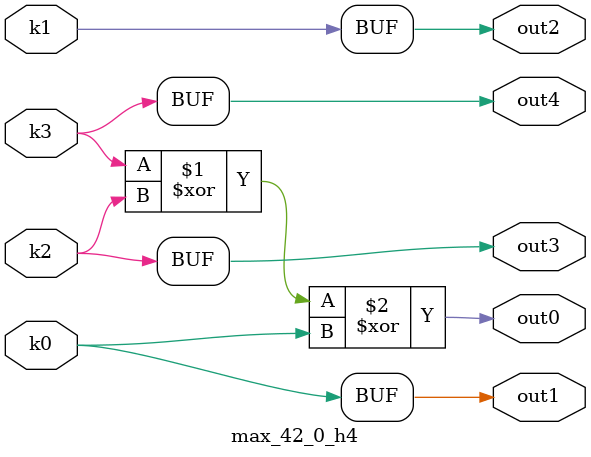
<source format=v>
module max_42_0(pi0, pi1, pi2, pi3, pi4, pi5, pi6, pi7, po0, po1, po2, po3, po4);
input pi0, pi1, pi2, pi3, pi4, pi5, pi6, pi7;
output po0, po1, po2, po3, po4;
wire k0, k1, k2, k3;
max_42_0_w4 DUT1 (pi0, pi1, pi2, pi3, pi4, pi5, pi6, pi7, k0, k1, k2, k3);
max_42_0_h4 DUT2 (k0, k1, k2, k3, po0, po1, po2, po3, po4);
endmodule

module max_42_0_w4(in7, in6, in5, in4, in3, in2, in1, in0, k3, k2, k1, k0);
input in7, in6, in5, in4, in3, in2, in1, in0;
output k3, k2, k1, k0;
assign k0 =   in0 ? ~in6 : ~in3;
assign k1 =   in0 ? ~in7 : ~in4;
assign k2 =   ~in5 & in2;
assign k3 =   (((~in7 | (in4 & ~in1)) & (in4 | ~in1)) | (~in6 & in3)) & (~in6 | in3) & (in2 | ~in5);
endmodule

module max_42_0_h4(k3, k2, k1, k0, out4, out3, out2, out1, out0);
input k3, k2, k1, k0;
output out4, out3, out2, out1, out0;
assign out0 = k3 ^ k2 ^ k0;
assign out1 = k0;
assign out2 = k1;
assign out3 = k2;
assign out4 = k3;
endmodule

</source>
